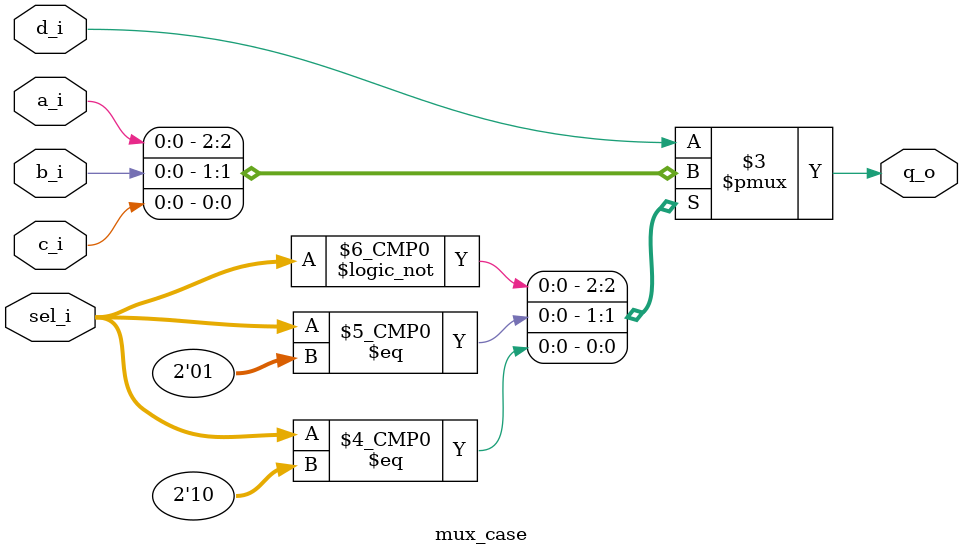
<source format=v>
module mux_case (
   a_i,
   b_i,
   c_i,
   d_i,
   sel_i,
   q_o
 );
 
  input a_i;
  input b_i;
  input c_i;
  input d_i;
  input [1:0] sel_i;
  output q_o;
 
  reg q_o;
 
  always@(a_i or b_i or c_i or d_i or sel_i) begin
       case (sel_i)
          2'b00   : q_o = a_i;
          2'b01   : q_o = b_i;
          2'b10   : q_o = c_i;
          default : q_o = d_i;
       endcase
  end
 
endmodule 

</source>
